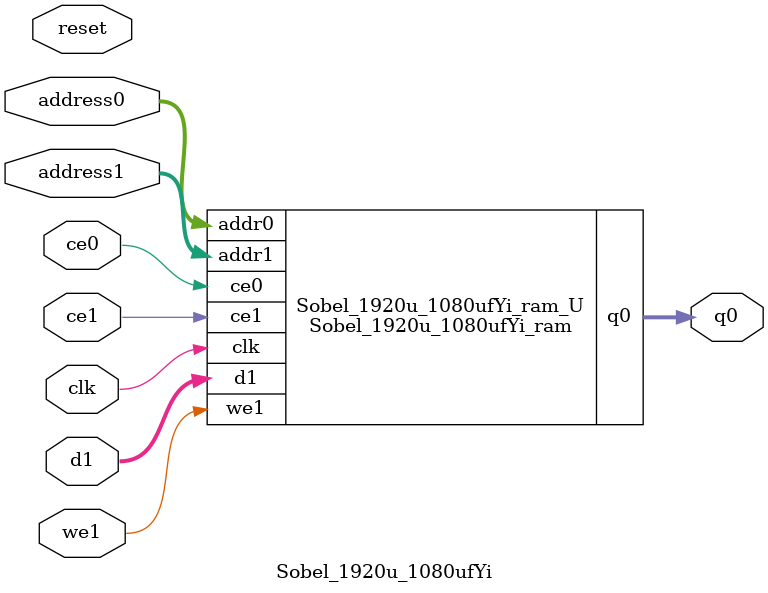
<source format=v>
`timescale 1 ns / 1 ps
module Sobel_1920u_1080ufYi_ram (addr0, ce0, q0, addr1, ce1, d1, we1,  clk);

parameter DWIDTH = 24;
parameter AWIDTH = 11;
parameter MEM_SIZE = 1920;

input[AWIDTH-1:0] addr0;
input ce0;
output reg[DWIDTH-1:0] q0;
input[AWIDTH-1:0] addr1;
input ce1;
input[DWIDTH-1:0] d1;
input we1;
input clk;

(* ram_style = "block" *)reg [DWIDTH-1:0] ram[0:MEM_SIZE-1];




always @(posedge clk)  
begin 
    if (ce0) 
    begin
        q0 <= ram[addr0];
    end
end


always @(posedge clk)  
begin 
    if (ce1) 
    begin
        if (we1) 
        begin 
            ram[addr1] <= d1; 
        end 
    end
end


endmodule

`timescale 1 ns / 1 ps
module Sobel_1920u_1080ufYi(
    reset,
    clk,
    address0,
    ce0,
    q0,
    address1,
    ce1,
    we1,
    d1);

parameter DataWidth = 32'd24;
parameter AddressRange = 32'd1920;
parameter AddressWidth = 32'd11;
input reset;
input clk;
input[AddressWidth - 1:0] address0;
input ce0;
output[DataWidth - 1:0] q0;
input[AddressWidth - 1:0] address1;
input ce1;
input we1;
input[DataWidth - 1:0] d1;



Sobel_1920u_1080ufYi_ram Sobel_1920u_1080ufYi_ram_U(
    .clk( clk ),
    .addr0( address0 ),
    .ce0( ce0 ),
    .q0( q0 ),
    .addr1( address1 ),
    .ce1( ce1 ),
    .we1( we1 ),
    .d1( d1 ));

endmodule


</source>
